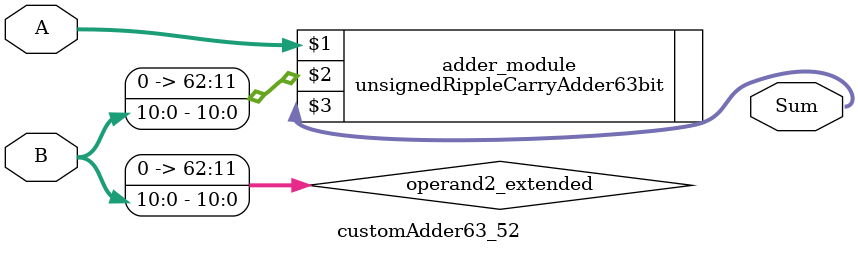
<source format=v>
module customAdder63_52(
                        input [62 : 0] A,
                        input [10 : 0] B,
                        
                        output [63 : 0] Sum
                );

        wire [62 : 0] operand2_extended;
        
        assign operand2_extended =  {52'b0, B};
        
        unsignedRippleCarryAdder63bit adder_module(
            A,
            operand2_extended,
            Sum
        );
        
        endmodule
        
</source>
